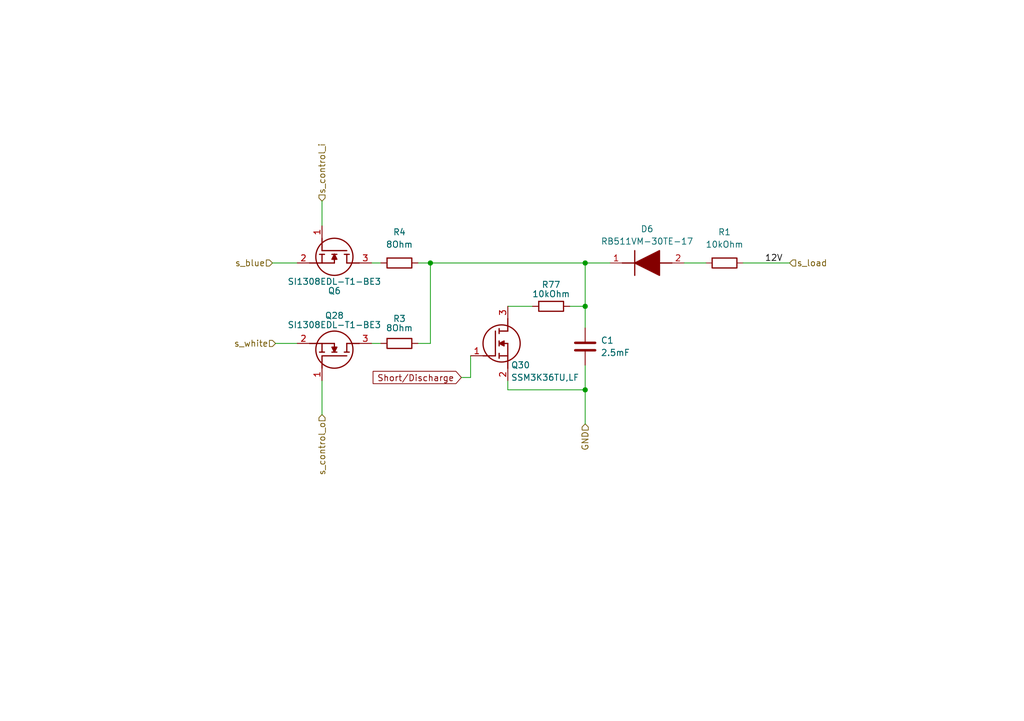
<source format=kicad_sch>
(kicad_sch (version 20230121) (generator eeschema)
  (paper "A5")
  (title_block (title "Solenoid Control") (company "SpaceTeam Aachen"))
  (lib_symbols
    (symbol "Device:C" (pin_numbers hide) (pin_names (offset 0.254))
      (property "Reference" "C" (at 0.635 2.54 0))
      (property "Value" "C" (at 0.635 -2.54 0))
      (symbol "C_0_1"
        (polyline (pts (xy -2.032 -0.762) (xy 2.032 -0.762)) (stroke (width 0.508)))
        (polyline (pts (xy -2.032 0.762) (xy 2.032 0.762)) (stroke (width 0.508)))
      )
      (symbol "C_1_1"
        (pin passive line (at 0 3.81 270) (length 2.794) (name "~") (number "1"))
        (pin passive line (at 0 -3.81 90) (length 2.794) (name "~") (number "2"))
      )
    )
    (symbol "Device:R" (pin_numbers hide) (pin_names (offset 0))
      (property "Reference" "R" (at 2.032 0 90))
      (property "Value" "R" (at 0 0 90))
      (symbol "R_0_1"
        (rectangle (start -1.016 -2.54) (end 1.016 2.54) (stroke (width 0.254)))
      )
      (symbol "R_1_1"
        (pin passive line (at 0 3.81 270) (length 1.27) (name "~") (number "1"))
        (pin passive line (at 0 -3.81 90) (length 1.27) (name "~") (number "2"))
      )
    )
    (symbol "RB511VM-30TE-17:RB511VM-30TE-17" (pin_names hide)
      (property "Reference" "D" (at 11.43 5.08 0))
      (property "Value" "RB511VM-30TE-17" (at 11.43 2.54 0))
      (symbol "RB511VM-30TE-17_1_1"
        (polyline (pts (xy 2.54 0) (xy 5.08 0)) (stroke (width 0.254)))
        (polyline (pts (xy 5.08 2.54) (xy 5.08 -2.54)) (stroke (width 0.254)))
        (polyline (pts (xy 10.16 0) (xy 12.7 0)) (stroke (width 0.254)))
        (polyline (pts (xy 5.08 0) (xy 10.16 2.54) (xy 10.16 -2.54) (xy 5.08 0)) (stroke (width 0.254)) (fill (type outline)))
        (pin passive line (at 0 0 0) (length 2.54) (name "K") (number "1"))
        (pin passive line (at 15.24 0 180) (length 2.54) (name "A") (number "2"))
      )
    )
    (symbol "SI1308EDL-T1-BE3:SI1308EDL-T1-BE3" (pin_names hide)
      (property "Reference" "Q" (at 11.43 3.81 0))
      (property "Value" "SI1308EDL-T1-BE3" (at 11.43 1.27 0))
      (symbol "SI1308EDL-T1-BE3_1_1"
        (polyline (pts (xy 2.54 0) (xy 5.08 0)) (stroke (width 0.254)))
        (polyline (pts (xy 5.08 5.08) (xy 5.08 0)) (stroke (width 0.254)))
        (polyline (pts (xy 5.842 -0.508) (xy 5.842 0.508)) (stroke (width 0.254)))
        (polyline (pts (xy 5.842 0) (xy 7.62 0)) (stroke (width 0.254)))
        (polyline (pts (xy 5.842 2.032) (xy 5.842 3.048)) (stroke (width 0.254)))
        (polyline (pts (xy 5.842 5.588) (xy 5.842 4.572)) (stroke (width 0.254)))
        (polyline (pts (xy 7.62 2.54) (xy 5.842 2.54)) (stroke (width 0.254)))
        (polyline (pts (xy 7.62 2.54) (xy 7.62 -2.54)) (stroke (width 0.254)))
        (polyline (pts (xy 7.62 5.08) (xy 5.842 5.08)) (stroke (width 0.254)))
        (polyline (pts (xy 7.62 5.08) (xy 7.62 7.62)) (stroke (width 0.254)))
        (polyline (pts (xy 5.842 2.54) (xy 6.858 3.048) (xy 6.858 2.032) (xy 5.842 2.54)) (stroke (width 0.254)) (fill (type outline)))
        (circle (center 6.35 2.54) (radius 3.81) (stroke (width 0.254)))
        (pin passive line (at 0 0 0) (length 2.54) (name "G") (number "1"))
        (pin passive line (at 7.62 -5.08 90) (length 2.54) (name "S") (number "2"))
        (pin passive line (at 7.62 10.16 270) (length 2.54) (name "D") (number "3"))
      )
    )
    (symbol "SSM3K36TU_LF:SSM3K36TU,LF" (pin_names hide)
      (property "Reference" "Q" (at 11.43 3.81 0))
      (property "Value" "SSM3K36TU,LF" (at 11.43 1.27 0))
      (symbol "SSM3K36TU,LF_1_1"
        (polyline (pts (xy 2.54 0) (xy 5.08 0)) (stroke (width 0.254)))
        (polyline (pts (xy 5.08 5.08) (xy 5.08 0)) (stroke (width 0.254)))
        (polyline (pts (xy 5.842 -0.508) (xy 5.842 0.508)) (stroke (width 0.254)))
        (polyline (pts (xy 5.842 0) (xy 7.62 0)) (stroke (width 0.254)))
        (polyline (pts (xy 5.842 2.032) (xy 5.842 3.048)) (stroke (width 0.254)))
        (polyline (pts (xy 5.842 5.588) (xy 5.842 4.572)) (stroke (width 0.254)))
        (polyline (pts (xy 7.62 2.54) (xy 5.842 2.54)) (stroke (width 0.254)))
        (polyline (pts (xy 7.62 2.54) (xy 7.62 -2.54)) (stroke (width 0.254)))
        (polyline (pts (xy 7.62 5.08) (xy 5.842 5.08)) (stroke (width 0.254)))
        (polyline (pts (xy 7.62 5.08) (xy 7.62 7.62)) (stroke (width 0.254)))
        (polyline (pts (xy 5.842 2.54) (xy 6.858 3.048) (xy 6.858 2.032) (xy 5.842 2.54)) (stroke (width 0.254)) (fill (type outline)))
        (circle (center 6.35 2.54) (radius 3.81) (stroke (width 0.254)))
        (pin passive line (at 0 0 0) (length 2.54) (name "G") (number "1"))
        (pin passive line (at 7.62 -5.08 90) (length 2.54) (name "S") (number "2"))
        (pin passive line (at 7.62 10.16 270) (length 2.54) (name "D") (number "3"))
      )
    )
  )
  (junction (at 120.015 53.975))
  (junction (at 120.015 62.865))
  (junction (at 120.015 80.01))
  (junction (at 88.265 53.975))
  (wire (pts (xy 152.4 53.975) (xy 161.925 53.975)))
  (wire (pts (xy 109.22 62.865) (xy 104.14 62.865)))
  (wire (pts (xy 120.015 80.01) (xy 120.015 86.995)))
  (wire (pts (xy 120.015 53.975) (xy 120.015 62.865)))
  (wire (pts (xy 76.2 53.975) (xy 78.105 53.975)))
  (wire (pts (xy 120.015 74.93) (xy 120.015 80.01)))
  (wire (pts (xy 96.52 77.47) (xy 96.52 73.025)))
  (wire (pts (xy 55.88 53.975) (xy 60.96 53.975)))
  (wire (pts (xy 66.04 78.105) (xy 66.04 85.09)))
  (wire (pts (xy 104.14 78.105) (xy 104.14 80.01)))
  (wire (pts (xy 120.015 53.975) (xy 125.095 53.975)))
  (wire (pts (xy 66.04 41.275) (xy 66.04 46.355)))
  (wire (pts (xy 116.84 62.865) (xy 120.015 62.865)))
  (wire (pts (xy 94.615 77.47) (xy 96.52 77.47)))
  (wire (pts (xy 76.2 70.485) (xy 78.105 70.485)))
  (wire (pts (xy 104.14 80.01) (xy 120.015 80.01)))
  (wire (pts (xy 120.015 62.865) (xy 120.015 67.31)))
  (wire (pts (xy 85.725 70.485) (xy 88.265 70.485)))
  (wire (pts (xy 56.515 70.485) (xy 60.96 70.485)))
  (wire (pts (xy 88.265 53.975) (xy 88.265 70.485)))
  (wire (pts (xy 88.265 53.975) (xy 120.015 53.975)))
  (wire (pts (xy 144.78 53.975) (xy 140.335 53.975)))
  (wire (pts (xy 85.725 53.975) (xy 88.265 53.975)))
  (label "12V" (at 156.845 53.975 0))
  (global_label "Short{slash}Discharge" (shape input) (at 94.615 77.47 180) (property "Intersheetrefs" "${INTERSHEET_REFS}" (effects hide)))
  (hierarchical_label "s_control_i" (shape input) (at 66.04 41.275 90))
  (hierarchical_label "s_blue" (shape input) (at 55.88 53.975 180))
  (hierarchical_label "s_control_o" (shape input) (at 66.04 85.09 270))
  (hierarchical_label "GND" (shape input) (at 120.015 86.995 270))
  (hierarchical_label "s_load" (shape input) (at 161.925 53.975 0))
  (hierarchical_label "s_white" (shape input) (at 56.515 70.485 180))
  (symbol (lib_id "SI1308EDL-T1-BE3:SI1308EDL-T1-BE3") (at 66.04 78.105 270) (mirror x) (unit 1)
    (property "Reference" "Q28" (at 68.58 64.77 90))
    (property "Value" "SI1308EDL-T1-BE3" (at 68.58 66.675 90))
    (property "Footprint" "SOT65P210X110-3N" (effects hide))
    (property "Datasheet" "https://www.mouser.es/datasheet/2/427/si1308edl-1764588.pdf" (effects hide))
    (property "Height" "1.1" (effects hide))
    (property "Mouser Part Number" "78-SI1308EDL-T1-BE3" (effects hide))
    (property "Mouser Price/Stock" "https://www.mouser.co.uk/ProductDetail/Vishay-Siliconix/SI1308EDL-T1-BE3?qs=zW32dvEIR3shhEGZ2ACCcQ%3D%3D" (effects hide))
    (property "Manufacturer_Name" "Vishay" (effects hide))
    (property "Manufacturer_Part_Number" "SI1308EDL-T1-BE3" (effects hide))
    (instances (project "Payload_PCB" (path "" (reference "Q28") (unit 1)) (path "" (reference "Q26") (unit 1)) (path "" (reference "Q27") (unit 1)) (path "" (reference "Q29") (unit 1))))
  )
  (symbol (lib_id "SI1308EDL-T1-BE3:SI1308EDL-T1-BE3") (at 66.04 46.355 270) (unit 1)
    (property "Reference" "Q6" (at 68.58 59.69 90))
    (property "Value" "SI1308EDL-T1-BE3" (at 68.58 57.785 90))
    (property "Footprint" "SOT65P210X110-3N" (effects hide))
    (property "Datasheet" "https://www.mouser.es/datasheet/2/427/si1308edl-1764588.pdf" (effects hide))
    (property "Height" "1.1" (effects hide))
    (property "Mouser Part Number" "78-SI1308EDL-T1-BE3" (effects hide))
    (property "Mouser Price/Stock" "https://www.mouser.co.uk/ProductDetail/Vishay-Siliconix/SI1308EDL-T1-BE3?qs=zW32dvEIR3shhEGZ2ACCcQ%3D%3D" (effects hide))
    (property "Manufacturer_Name" "Vishay" (effects hide))
    (property "Manufacturer_Part_Number" "SI1308EDL-T1-BE3" (effects hide))
    (instances (project "Payload_PCB" (path "" (reference "Q6") (unit 1)) (path "" (reference "Q4") (unit 1)) (path "" (reference "Q5") (unit 1)) (path "" (reference "Q7") (unit 1))))
  )
  (symbol (lib_id "Device:R") (at 81.915 70.485 270) (unit 1)
    (property "Reference" "R3" (at 81.915 65.405 90))
    (property "Value" "8Ohm" (at 81.915 67.31 90))
  )
  (symbol (lib_id "SSM3K36TU_LF:SSM3K36TU,LF") (at 96.52 73.025 0) (unit 1)
    (property "Reference" "Q30" (at 104.775 74.93 0) (effects (justify left)))
    (property "Value" "SSM3K36TU,LF" (at 104.775 77.47 0) (effects (justify left)))
    (property "Footprint" "SOTFL65P210X75-3N" (effects hide))
    (property "Datasheet" "https://www.mouser.de/datasheet/2/408/SSM3K36TU_datasheet_en_20140301-1661053.pdf" (effects hide))
    (property "Height" "0.75" (effects hide))
    (property "Mouser Part Number" "757-SSM3K36TULF" (effects hide))
    (property "Mouser Price/Stock" "https://www.mouser.co.uk/ProductDetail/Toshiba/SSM3K36TULF?qs=B6kkDfuK7%2FCzOMrVTY9%252BPw%3D%3D" (effects hide))
    (property "Manufacturer_Name" "Toshiba" (effects hide))
    (property "Manufacturer_Part_Number" "SSM3K36TU,LF" (effects hide))
    (instances (project "Payload_PCB" (path "" (reference "Q30") (unit 1)) (path "" (reference "Q34") (unit 1)) (path "" (reference "Q38") (unit 1)) (path "" (reference "Q22") (unit 1)) (path "" (reference "Q23") (unit 1)) (path "" (reference "Q24") (unit 1)) (path "" (reference "Q25") (unit 1))))
  )
  (symbol (lib_id "Device:R") (at 148.59 53.975 90) (unit 1)
    (property "Reference" "R1" (at 148.59 47.625 90))
    (property "Value" "10kOhm" (at 148.59 50.165 90))
  )
  (symbol (lib_id "Device:R") (at 113.03 62.865 270) (unit 1)
    (property "Reference" "R77" (at 113.03 58.42 90))
    (property "Value" "10kOhm" (at 113.03 60.325 90))
    (instances (project "Payload_PCB" (path "" (reference "R77") (unit 1)) (path "" (reference "R74") (unit 1)) (path "" (reference "R75") (unit 1)) (path "" (reference "R76") (unit 1))))
  )
  (symbol (lib_id "RB511VM-30TE-17:RB511VM-30TE-17") (at 125.095 53.975 0) (unit 1)
    (property "Reference" "D6" (at 132.715 46.99 0))
    (property "Value" "RB511VM-30TE-17" (at 132.715 49.53 0))
    (property "Footprint" "RB511VM30TE17" (effects hide))
    (property "Datasheet" "https://datasheet.datasheetarchive.com/originals/distributors/Datasheets_SAMA/104678791d62a70c3f3b75cb640f2c08.pdf" (effects hide))
    (property "Height" "0.9" (effects hide))
    (property "Mouser Part Number" "755-RB511VM-30TE-17" (effects hide))
    (property "Mouser Price/Stock" "https://www.mouser.co.uk/ProductDetail/ROHM-Semiconductor/RB511VM-30TE-17?qs=4v%252BiZTmLVHHI3%252BFheXsKTQ%3D%3D" (effects hide))
    (property "Manufacturer_Name" "ROHM Semiconductor" (effects hide))
    (property "Manufacturer_Part_Number" "RB511VM-30TE-17" (effects hide))
    (instances (project "Payload_PCB" (path "" (reference "D6") (unit 1)) (path "" (reference "D7") (unit 1)) (path "" (reference "D8") (unit 1)) (path "" (reference "D9") (unit 1))))
  )
  (symbol (lib_id "Device:C") (at 120.015 71.12 180) (unit 1)
    (property "Reference" "C1" (at 123.19 69.85 0) (effects (justify right)))
    (property "Value" "2.5mF" (at 123.19 72.39 0) (effects (justify right)))
  )
  (symbol (lib_id "Device:R") (at 81.915 53.975 90) (unit 1)
    (property "Reference" "R4" (at 81.915 47.625 90))
    (property "Value" "8Ohm" (at 81.915 50.165 90))
  )
)
</source>
